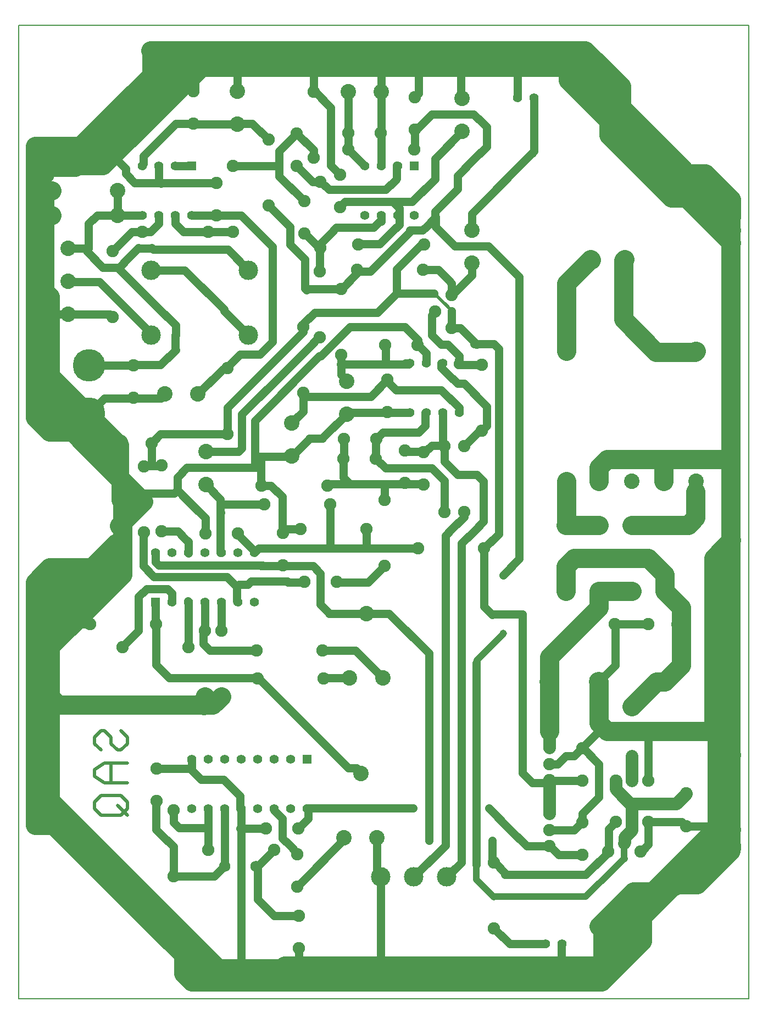
<source format=gbr>
%AMTOOL10*
1,1,0.0450,0,0*
%
%AMTOOL11*
1,1,0.0750,0,0*
%
%AMTOOL12*
1,1,0.0750,0,0*
%
%AMTOOL13*
1,1,0.0940,0,0*
%
%AMTOOL14*
1,1,0.0940,0,0*
%
%AMTOOL15*
1,1,0.1202,0,0*
%
%AMTOOL16*
1,1,0.0680,0,0*
%
%AMTOOL17*
21,1,0.0550,0.0550,0.0000,0.0000,0.00*
%
%AMTOOL18*
1,1,0.0550,0,0*
%
%AMTOOL19*
1,1,0.1969,0,0*
%
%AMTOOL20*
1,1,0.1181,0,0*
%
%ADD10C,0.002*%
%ADD11C,2.048*%
%ADD12C,0.008*%
%ADD13C,0.049*%
%ADD14C,0.050*%
%ADD15C,0.010*%
%ADD16C,0.019*%
%ADD17C,0.078*%
%ADD18C,0.118*%
%ADD19C,0.039*%
%ADD20TOOL10*%
%ADD21TOOL11*%
%ADD22TOOL12*%
%ADD23TOOL13*%
%ADD24TOOL14*%
%ADD25TOOL15*%
%ADD26TOOL16*%
%ADD27TOOL17*%
%ADD28TOOL18*%
%ADD29TOOL19*%
%ADD30TOOL20*%
%FSLAX34Y34*%
G01X0Y0D02*
G01X67326Y97174D02*
G54D12*
G01Y97110D01*
Y38114D02*
X23030D01*
Y94072*
Y97208D02*
X26166D01*
X67326Y97110D02*
Y38114D01*
Y97208D02*
Y97110D01*
X26166Y97208D02*
X67326D01*
X23030Y94072D02*
Y97208D01*
G01X29208Y54400D02*
G54D16*
G01X29603Y54005D01*
Y53611*
X29208Y53216*
X29011*
X28616Y53611*
Y54005*
X28221Y54400*
X28024*
X27629Y54005*
Y53611*
X28024Y53216*
X29603Y52426D02*
X28221D01*
X27629Y52031*
Y51637*
X28221Y51242*
X29603*
X28616D02*
Y52426D01*
X29208Y50452D02*
X29603Y50057D01*
Y49663*
X29208Y49268*
X28024*
X27629Y49663*
Y50057*
X28024Y50452*
X29208*
X29011Y49860D02*
X29603Y49268D01*
G01X30478Y88682D02*
G54D13*
G01X30500Y88674D01*
X30485Y88689*
X30576Y88780*
X30485Y88689D02*
X30478Y88682D01*
X30576Y89270D02*
Y88780D01*
X32536Y91230D02*
X30576Y89270D01*
X33614Y91230D02*
X32536D01*
X33660Y91184D02*
X33614Y91230D01*
X33616Y91238*
X36282Y91184D02*
X33660D01*
X36260Y91230D02*
X36282Y91184D01*
Y91230*
X37197*
X36282D02*
X36260D01*
X38164Y90263D02*
X37197Y91230D01*
X43000Y93174D02*
Y90674D01*
Y89674*
X44000Y88674*
X28716Y83498D02*
X29882Y84664D01*
X30478*
X30500Y84674*
X31000*
X31500Y85174*
Y85674*
X32500D02*
Y85174D01*
X33000Y84674*
X34500*
X36000*
X40376Y84566D02*
X40334Y84545D01*
X40344Y84534*
X40376Y84566*
X41258Y83684*
X41308*
X41356*
X41308Y83689D02*
Y83684D01*
Y83689D02*
Y83930D01*
X41356Y83684D02*
X41308Y83689D01*
X41356Y83684*
X41308Y83689D02*
X41334Y83662D01*
X41308Y83689D02*
X41335Y83662D01*
X41308Y83689D02*
X41336Y83663D01*
X41335Y83662*
X41336Y83663D02*
X41356Y83684D01*
X41334Y83662D02*
X41335D01*
X41293Y83621D02*
X41334Y83662D01*
X41293Y82258D02*
Y83621D01*
X41308Y83930D02*
X41944Y84566D01*
X42296Y84918*
X44531*
X44916Y85303*
X45000*
Y85674*
X35966Y88682D02*
X36000Y88674D01*
X35979Y88695*
X36000Y88674D02*
X38800D01*
X38808Y88682*
Y88041*
Y88682D02*
Y88878D01*
Y89564*
X39886Y90642*
X39897Y90635*
X39895Y90633D02*
X39886Y90642D01*
X39897Y90635*
X39886Y90642*
X39895Y90633*
X39897Y90635*
X40909Y89619D02*
X39895Y90633D01*
X39897Y90635*
X40909Y89174D02*
Y89619D01*
X40334Y86515D02*
X38808Y88041D01*
X35979Y88695D02*
X35966Y88682D01*
X39897Y88665D02*
X40860Y87702D01*
X41308*
X41356*
X41308Y87689D02*
Y87702D01*
X41356*
X41308Y87689D02*
Y87702D01*
X41356D02*
X41308Y87689D01*
X41356Y87702*
X41308Y87689D02*
X41338Y87720D01*
X41308Y87689D02*
X41339Y87719D01*
X41356Y87702D02*
X41308Y87689D01*
X41339Y87719D02*
X41356Y87702D01*
X41846Y87212*
X42924*
X45276*
X45864Y87800*
X45962Y87898*
Y88674*
Y88682*
X46000Y88674D02*
X45962D01*
Y88682D02*
X46000Y88674D01*
X41338Y87720D02*
X41339Y87719D01*
X26000Y83674D02*
X27146D01*
X27244*
X27146D02*
Y83488D01*
X28126Y82508*
X29008*
X31360Y80156*
X29106Y82508D02*
X29008D01*
X29694Y83096D02*
X29106Y82508D01*
X29694Y83096D02*
X30282Y83684D01*
Y83674*
X31066*
Y83684*
X31164Y83586*
X35672*
X35702*
X35672*
X36946Y82342D02*
X35702Y83586D01*
X31360Y80156D02*
X32536Y78980D01*
Y78392*
X32500*
Y77510*
X32536*
X31605Y76579*
X30037*
X30013Y76555*
X29988Y76530*
X29996Y76572D02*
X30013Y76555D01*
X29988Y76530D02*
X29996Y76572D01*
X27286*
X27277Y76563*
X27244Y76530*
X27274Y76566D02*
X27277Y76563D01*
X27244Y76530D02*
X27274Y76566D01*
X27244Y83684D02*
Y83674D01*
Y85154D02*
Y83684D01*
X27764Y85674D02*
X27244Y85154D01*
X29000Y85674D02*
X27764D01*
X29000Y87174D02*
Y85674D01*
X30500*
X32500Y88674D02*
X33500D01*
X33516Y88682*
X33500Y88674D02*
X33508D01*
X33516Y88682*
X35000Y85674D02*
X33500D01*
X35000D02*
X36500D01*
X38416Y83758*
Y83096*
Y80450*
Y78098*
Y78000*
X37632Y77216*
X36456*
X35691Y76451*
Y76379*
Y76334*
X35672D02*
X35691Y76379D01*
X35672Y76334*
X35691*
X35404D02*
X35672D01*
X33892Y74822D02*
X35404Y76334D01*
X42500Y86174D02*
X42811Y86485D01*
X45704*
X46098Y86091*
X45704Y86485D02*
X46886D01*
X48265Y87864*
Y89103*
X49909Y90747*
X46098Y86091D02*
Y85697D01*
X46000Y85674*
X46098Y85697*
Y85674*
Y85697D02*
X46000Y85674D01*
X46098D02*
Y85697D01*
X46000Y85674*
X46098D02*
Y85697D01*
X46000Y85674D02*
X46098D01*
X46000*
X46098Y85106D02*
Y85674D01*
X46000*
X45704Y84712D02*
X46098Y85106D01*
X44927Y83935D02*
X45704Y84712D01*
X44927Y83935D02*
X43665D01*
X43627Y83897*
X43610Y83880*
X43619Y83905D02*
X43627Y83897D01*
X43610Y83880D02*
X43619Y83905D01*
X31046Y82342D02*
X33094D01*
X35476Y79960*
Y79862*
X36946Y78392*
X34398Y71336D02*
X34372Y71322D01*
X36358Y71336D02*
X34398D01*
X36554Y71532D02*
X36358Y71336D01*
X40572Y77608D02*
X41257Y78293D01*
X41258*
X41293Y78258D02*
X41257Y78293D01*
X41258Y78294D02*
X41293Y78258D01*
X41258Y78293*
Y78294*
X39102Y76138D02*
X40572Y77608D01*
X36554Y73590D02*
Y71532D01*
X39102Y76138D02*
X36554Y73590D01*
X25970Y81626D02*
X26000Y81674D01*
Y81626*
X27930*
X26000D02*
X25970D01*
X28420Y81136D02*
X27930Y81626D01*
X31046Y78510D02*
X28420Y81136D01*
X31046Y78392D02*
Y78510D01*
X35255Y67637D02*
X35280Y67612D01*
X35263*
X35280D02*
X35255Y67637D01*
X35263Y67612D02*
Y65209D01*
X35316Y65206*
X35255Y67637D02*
Y68102D01*
Y68421D02*
X34398Y69278D01*
X34372Y69322*
X35255Y68102D02*
Y68421D01*
X36443Y68127D02*
X36358D01*
X35305D02*
X35280Y68102D01*
X35255*
X36358Y68127D02*
X35305D01*
X36358D02*
X37901D01*
X37907Y68121*
X37926Y68102D02*
X37913Y68127D01*
X37907Y68121D02*
X37926Y68102D01*
X37913Y68127D02*
X37907Y68121D01*
X42564Y77181D02*
Y76628D01*
Y76008*
X42532Y76628D02*
X42564D01*
X42539Y76635D02*
X42532Y76628D01*
X45374Y76635D02*
X42539D01*
X45276D02*
X45374D01*
X45901*
X46492*
X46689*
X46492D02*
X46739Y76679D01*
X46492D02*
Y76635D01*
X46739Y76679D02*
X46492D01*
X46689Y76635D02*
X46739Y76679D01*
X46689Y76635*
X46739Y76679D02*
X46736Y76682D01*
X46689Y76635*
X45276Y76628D02*
Y76635D01*
Y76628*
Y77753*
X45235Y77794*
X42564Y76008D02*
X42924Y75648D01*
X42905Y75608*
X46454Y71399D02*
X46537Y71316D01*
X47585*
X47674*
X47585Y71308D02*
Y71316D01*
X47674D02*
X47585Y71308D01*
X47674Y71316D02*
X48068Y71710D01*
X48840*
X48856*
X48840Y71675D02*
Y71710D01*
X48856D02*
X48840Y71675D01*
X48856Y71710*
X48840Y71675*
X48856*
Y70725*
Y71675D02*
Y71710D01*
X48739Y71827*
Y73679*
X49644Y69937D02*
X48856Y70725D01*
X50826Y69937D02*
X49644D01*
X51220Y69543D02*
X50826Y69937D01*
X51220Y67710D02*
Y69543D01*
Y67710D02*
Y67088D01*
X50666Y66534*
X49882Y55068D02*
Y60066D01*
Y46408D02*
Y55068D01*
X48990Y45516D02*
X49882Y46408D01*
Y60654D02*
Y60066D01*
Y60654D02*
Y65750D01*
X50666Y66534*
X48659Y76635D02*
X48739Y76679D01*
X48659Y76635*
X48739Y76679D02*
X48659D01*
Y76635*
Y76438*
X49053Y76044*
X49644Y75453*
X50038*
X51319Y74172*
X51417Y74074*
Y72892*
X51120Y72595*
X51023Y72498*
X51120Y72595D02*
Y72498D01*
X51023D02*
X51120Y72595D01*
Y72498D02*
X51023D01*
X50890*
X50049Y71657*
X48265Y79787D02*
X48279Y79842D01*
X48068Y79590D02*
X48265Y79787D01*
X48068Y78408D02*
Y79590D01*
X48659Y77817D02*
X48068Y78408D01*
X49053Y77817D02*
X48659D01*
X49739Y77131D02*
X49053Y77817D01*
X49739Y76679D02*
Y77131D01*
X49644Y76635D02*
X49739Y76679D01*
X49714Y76705*
X49739Y76679D02*
X49714Y76704D01*
X49644Y76635D02*
X49739Y76679D01*
X49644*
Y76635D02*
X49739Y76679D01*
Y76635*
X49644D02*
X49739Y76679D01*
X49658*
X49644Y76635D02*
X49739Y76679D01*
Y76595*
Y76679D02*
X49670Y76609D01*
X49684Y76595*
X49670Y76609D02*
X49644Y76635D01*
X49714Y76704*
X49644Y76679D02*
Y76635D01*
X49739*
X49658Y76649D02*
X49644Y76635D01*
X49658Y76679D02*
Y76649D01*
X49714Y76705D02*
Y76704D01*
X49739Y76595D02*
X49684D01*
X51120D02*
X49739D01*
X37513Y57595D02*
X37534Y57616D01*
X37516Y57577*
X37534Y57616D02*
X37545Y57605D01*
X40180Y54970*
X37516Y57577D02*
X37545Y57605D01*
X40180Y54970D02*
X40188Y54965D01*
Y54962*
X43022Y52128*
X43512*
X43806Y51834*
X43781Y51798*
X32144Y57595D02*
X37513D01*
X32144D02*
X31360Y58379D01*
X31316Y62206D02*
Y60894D01*
X31355Y60855*
X31360Y60850D02*
X31353Y60852D01*
X31355Y60855D02*
X31356Y60854D01*
X31353Y60852D02*
X31355Y60855D01*
X31356Y60854D02*
X31360Y60850D01*
X31353Y60852D02*
X31356Y60854D01*
X31360Y60850D02*
Y58400D01*
Y58379*
Y58400*
X31683Y66479D02*
X32689D01*
X33124Y66044*
X33320Y65848*
Y65206*
Y65162*
X33316Y65206D02*
X33320D01*
X33316D02*
X33303Y65219D01*
X33293Y65209D02*
X33316Y65206D01*
X33320Y65162*
X33303Y65219D02*
X33293Y65209D01*
X30576Y66434D02*
Y66436D01*
X30613Y66434*
X40333Y63423D02*
Y63398D01*
X39353*
X39298Y63453*
X37099*
X36903Y63257*
X36390*
X36260Y63127*
Y62266*
Y63127D02*
X35657Y63730D01*
X31224*
X30576Y64378*
Y66434*
X30613*
X36316Y62206D02*
X36248Y62254D01*
X36260Y62266*
X36316Y62210*
Y62206*
X41744Y69273D02*
X41847Y69376D01*
X42728*
X43512*
Y69346*
X43218*
X43512D02*
X44198D01*
X46454D02*
X46492D01*
X46454Y69429D02*
Y69346D01*
X46492D02*
X46454Y69429D01*
X46492Y69346D02*
X47585D01*
X47674*
X47585Y69338D02*
Y69346D01*
X47674D02*
X47585Y69338D01*
X43081Y69346D02*
X43218D01*
X43120Y69376D02*
X43081Y69346D01*
X42726Y69770D02*
X43120Y69376D01*
X42726Y70356D02*
Y69770D01*
Y70900D02*
Y70356D01*
X42749Y70922D02*
X42726Y70900D01*
X42727*
X42749Y70922D02*
X42726Y70900D01*
X42749Y72072D02*
Y70922D01*
X42727Y70900*
X42757Y72080D02*
X42749Y72072D01*
X44198Y69346D02*
X45178D01*
X46454*
X45206Y68397D02*
Y69348D01*
X45178Y69376*
Y69346*
X45206Y64397D02*
X44207Y63398D01*
X42336*
X42303Y63423*
X34300Y60458D02*
X34312Y60473D01*
X34300*
Y60458*
Y60473D02*
Y62206D01*
Y62222*
X34316Y62206D02*
X34300D01*
Y62222D02*
X34316Y62206D01*
X34202Y60360D02*
X34300Y60458D01*
X34202Y59674D02*
Y60360D01*
X34628Y59248D02*
X34202Y59674D01*
X37439Y59248D02*
X34628D01*
X44696Y70900D02*
Y72080D01*
Y70900D02*
X45265Y70331D01*
X48068*
X48840Y69559*
Y67675*
X44696Y72080D02*
Y72081D01*
X44727Y72080D02*
X44696D01*
X44719Y72104D02*
X44727Y72080D01*
X44711Y72096*
X44727Y72080D02*
Y72104D01*
X44719D02*
X44727Y72080D01*
X44711Y72096D02*
X44719Y72104D01*
X44727*
X45113Y72498D02*
X44719Y72104D01*
X46295Y72498D02*
X45113D01*
X47280D02*
X46295D01*
X47674Y72892D02*
X47280Y72498D01*
X47674Y72892D02*
Y73679D01*
Y73680*
X47739Y73679D02*
X47674D01*
Y73680D02*
X47739Y73679D01*
X44696Y72081D02*
X44711Y72096D01*
X32316Y62206D02*
Y62736D01*
X32046Y63006*
X30968*
X30772*
X30282Y62516*
Y60458*
X29311Y59487*
X29302Y59478D02*
X29328Y59469D01*
X29311Y59487D02*
X29302Y59478D01*
X29328Y59469D02*
X29311Y59487D01*
X46990Y45516D02*
X48898Y47424D01*
X48902*
X48898*
X48902D02*
Y59870D01*
X49250Y66588D02*
X50038Y67376D01*
Y67573*
X50049Y67657*
X48902Y59870D02*
Y66240D01*
X49294Y66632*
X49250Y66588*
X33280Y62241D02*
X33281D01*
X33316Y62206D02*
X33280Y62241D01*
X33293Y62254D02*
X33316Y62206D01*
X33281Y62241*
X33293Y62254*
X33316Y62206D02*
Y60462D01*
X33320Y60458*
X33328Y60449*
X33316Y60462D02*
Y59482D01*
X33320Y59478*
X33328Y59469*
X39592Y73100D02*
X39574Y73061D01*
X40269Y73777D02*
X39592Y73100D01*
X40269Y74906D02*
Y73777D01*
X40278Y74864D02*
X40269Y74906D01*
X40474Y74668D02*
X40278Y74864D01*
X41846Y74668D02*
X40474D01*
X42140D02*
X41846D01*
X44378D02*
X42140D01*
X45395Y75685D02*
X44378Y74668D01*
X45310Y75650D02*
X45395Y75685D01*
X45335Y75625*
X45310Y75650*
X45901Y75059D02*
X45335Y75625D01*
X48659Y75059D02*
X45901D01*
X49739Y73979D02*
X48659Y75059D01*
X49739Y73679D02*
Y73979D01*
X47546Y82353D02*
X48469D01*
X49098Y81724*
X49294Y81528*
Y80842*
X49279*
X49250Y80772*
X49279Y80842*
X49300Y80822*
X49279Y80842D02*
Y80772D01*
X49250*
X49300Y80822*
X50512Y82034*
Y82755*
Y84755D02*
Y85777D01*
X54148Y89413*
X54174Y89439*
X54148Y89413D02*
X54292Y89557D01*
Y92798*
X54174Y89439D02*
X54175D01*
Y89440*
X36260Y66338D02*
X36302Y66363D01*
X36269Y66329*
X36302Y66363D02*
X36260D01*
Y66338*
X36269Y66329*
X37316Y65282*
Y65206*
X37566Y65456*
X39690*
X40278*
X41258*
X41846*
X44884D02*
X45570D01*
X44198D02*
X44884D01*
X44127Y66622D02*
Y65527D01*
X44198Y65456*
X41846*
X41913Y68127D02*
Y65523D01*
X41846Y65456*
X45570D02*
X47236D01*
X47260Y65451*
X41439Y59248D02*
X43448D01*
X45080Y57616*
X45098Y57591*
X35316Y62206D02*
Y60494D01*
X35313Y60490*
X35280Y60458*
X35328Y60475D02*
X35313Y60490D01*
X35280Y60458D02*
X35328Y60475D01*
X35280Y60458*
X41552Y57616D02*
X41516Y57577D01*
X41554Y57614*
X41552Y57616D02*
X41516Y57577D01*
X41554Y57614*
X41552Y57616*
X41577Y57591D02*
X41554Y57614D01*
X41552Y57616*
X43089Y57591D02*
X41577D01*
G01X62225Y66869D02*
G54D18*
G01X60225D01*
X62225D02*
X63643D01*
X64092Y67318*
Y68886*
G01X64092Y69543D02*
G54D13*
G01Y68886D01*
Y69572D02*
Y69543D01*
X64121*
X64092Y69572*
X64121Y69543*
G01X55225Y58869D02*
G54D18*
G01Y57369D01*
Y54369*
G01X55225Y54369D02*
G54D17*
G01Y53369D01*
G01X57225Y60869D02*
G54D18*
G01X55225Y58869D01*
X58225Y61869D02*
X57225Y60869D01*
X58225Y62869D02*
Y61869D01*
X60225Y62869D02*
X58225D01*
G01X31360Y50070D02*
G54D13*
G01X31386Y50116D01*
X31360Y48404D02*
Y50070D01*
X31654Y48110D02*
X31360Y48404D01*
X32412Y47352D02*
X31654Y48110D01*
X32412Y45546D02*
Y47352D01*
Y45546D02*
X34872D01*
X35476Y46150*
X35500Y46174*
Y49674*
G01X56225Y66869D02*
G54D18*
G01X58225D01*
X56225D02*
X56252Y66896D01*
Y69543*
Y80869D02*
Y80744D01*
Y77412*
Y80744D02*
Y81528D01*
X57714Y82990*
X57722Y82998D02*
X57749Y82955D01*
X57714Y82990D02*
X57722Y82998D01*
X57749Y82955D02*
X57714Y82990D01*
G01X38500Y49674D02*
G54D13*
G01Y49561D01*
X39006Y49055*
Y48070*
Y47873*
X39400Y47479*
X39941Y46938*
X39942Y46937*
X39898Y46894D02*
X39941Y46938D01*
X39991Y46888D02*
X39898Y46894D01*
X39942Y46937*
X39991Y46888*
X39898Y44924D02*
X42728Y47754D01*
Y47878*
Y47914*
X42752Y47878D02*
X42728D01*
Y47914D02*
X42752Y47878D01*
G01X64092Y77412D02*
G54D18*
G01X64121D01*
X64049Y77369D02*
X64092Y77412D01*
X61685Y77369D02*
X64049D01*
X61685D02*
X59705Y79349D01*
Y82923*
X59743Y82961*
X59780Y82998D02*
X59749Y82955D01*
X59743Y82961D02*
X59780Y82998D01*
X59749Y82955D02*
X59743Y82961D01*
X56225Y64369D02*
Y62869D01*
X56725Y64869D02*
X56225Y64369D01*
X59225Y64869D02*
X56725D01*
X61225D02*
X59225D01*
X61725Y64369D02*
X61225Y64869D01*
X62225Y63869D02*
X61725Y64369D01*
X62225Y62869D02*
Y63869D01*
Y62869D02*
X63225Y61869D01*
Y60869*
Y58369*
X63195Y60869D02*
X63225D01*
Y58369D02*
X62225Y57369D01*
X61725*
X60225Y55869*
G54D20*
D03*
G01X60225Y52869D02*
G54D17*
G01Y51369D01*
G54D20*
Y52869D03*
G01X61225Y51369D02*
G54D13*
G01Y54357D01*
X61250Y54382*
X61225Y54357*
X34323Y56463D02*
X34335Y56475D01*
X35328*
X34312Y56473D02*
X34323Y56463D01*
X34300Y56440*
G01X34202Y55950D02*
G54D18*
G01X34240D01*
X35328Y56475D02*
X35280Y56440D01*
X34790Y55950*
X34312*
Y56473*
G01X33712Y55950D02*
G54D13*
G01X34202Y56440D01*
X34300*
X34312Y56473*
X47739Y76679D02*
Y77301D01*
X47236Y77804*
X39007Y66439D02*
X39048Y66480D01*
Y66397*
X40127Y66622D02*
X39190D01*
X39007Y66439*
X39048Y66397*
X45395Y73679D02*
X46739D01*
X45394Y73680D02*
X45395Y73681D01*
Y73715*
X42905Y73608D02*
X42977Y73680D01*
X45394*
X45395Y73679*
Y73715*
X42905Y73608D02*
X41454Y72157D01*
Y72120*
X40633*
Y72101*
X39574Y71042*
X37338Y70356D02*
Y71042D01*
X37730*
Y70356D02*
X37338D01*
Y73198*
X41258Y77118*
X41356*
X43120Y78882*
X46452*
X47236Y78098*
Y77804*
X47205Y77794*
X39574Y71061D02*
Y71042D01*
X39584Y71052*
X39574Y71061*
X34332Y67286D02*
X32634Y68984D01*
Y69768*
X33222Y70356*
X37730*
Y70062*
Y69273D02*
X37744D01*
X40909Y93174D02*
X40976Y93183D01*
X41961Y92198*
Y90425*
Y88683*
X42500Y88144*
X44970Y90674D02*
X45000D01*
Y88674*
Y93174D02*
Y91607D01*
Y90704*
X44970Y90674*
X47059Y92843D02*
X47280Y93064D01*
Y95744*
Y95674*
X49841D02*
Y95744D01*
Y92815*
X49909Y92747*
G01X40779Y95674D02*
G54D18*
G01X41500D01*
X43610*
X45000*
G01X60745Y47065D02*
G54D13*
G01X60760Y47032D01*
X60769Y47041*
X60745Y47065*
X60769Y47041D02*
X61225Y47497D01*
Y48869*
G01X66225Y52869D02*
G54D18*
G01Y52889D01*
X66248Y52912*
X66225Y52869*
G01X59225Y60869D02*
G54D13*
G01X59195D01*
X61225D02*
X59225D01*
Y58369*
X58225Y57369*
X57210Y48854D02*
X56725Y48369D01*
X55225*
X57225Y48839D02*
X57210Y48854D01*
X57225Y48869*
X57240Y53354D02*
X57225Y53369D01*
X57210Y53354*
X57225Y53339*
X57210Y53354D02*
X56725Y52869D01*
X56225*
X55725Y52369*
X55225*
X57225Y53339D02*
X57240Y53354D01*
X58225Y52369*
Y50369*
X57225Y49369*
Y48869*
Y48839*
X58225Y54869D02*
Y54369D01*
X57225Y53369*
Y53339*
G01X58225Y57369D02*
G54D18*
G01Y54869D01*
X58725Y54369*
X65170*
X66225Y57869D02*
Y54369D01*
Y48369D02*
Y48404D01*
X64386Y46640D02*
X65807Y48061D01*
X66150Y48404*
X66248*
X66225*
Y49776*
G01X44982Y45562D02*
G54D13*
G01Y45516D01*
X44761Y47878D02*
Y45783D01*
X44982Y45562*
X44990Y45516*
X44492Y40119D02*
Y40074D01*
X44982Y40564*
Y45516*
X44990*
X36500Y48464D02*
X36445D01*
X38021*
X36445Y49674D02*
Y49646D01*
X36500Y49674*
X40000Y41204D02*
X40015Y41189D01*
X40000Y41174*
Y41204*
G01X36500Y39174D02*
G54D18*
G01X40000D01*
G01X33500Y52674D02*
G54D13*
G01X33490D01*
Y52601*
X33500Y52674*
Y52000D02*
X33516Y52030D01*
X33460Y52086*
X31386*
X33500Y52674D02*
Y52000D01*
X34081Y51419*
X35460*
X36248Y50631*
X36445Y50434*
Y49674*
X36500*
G01X33000Y40704D02*
G54D18*
G01X33041Y40745D01*
X33000Y40704D02*
X33026Y40662D01*
X33000Y40636*
Y39674*
G01X33000Y39674D02*
G54D13*
G01Y40704D01*
G01X34594Y39174D02*
G54D18*
G01X33500D01*
X33000Y39674*
X36500Y39174D02*
X34594D01*
Y39192*
X33041Y40745*
X29792Y43994*
X24892Y48894*
X24910*
Y50168*
G01X36500Y49674D02*
G54D13*
G01Y48464D01*
Y39174*
G01X25783Y49295D02*
G54D18*
G01X25774Y49286D01*
X25162Y48674*
X24000*
Y52798*
Y57920*
Y62057*
X55958Y40119D02*
X44492D01*
X39147*
X39004Y39976*
X36064*
X35102*
X30291Y44787*
X25783Y49295*
X24910Y50168*
Y56440*
X62769Y45023D02*
X61838Y44092D01*
X60760Y43014*
X59214Y39998D02*
X58390Y39174D01*
X57036*
X58249Y42549D02*
X58212Y42524D01*
X58243Y42555*
G01X40000Y39174D02*
G54D13*
G01Y41204D01*
G01X58115Y39174D02*
G54D18*
G01X57036D01*
X44500*
X40000*
G01X58249Y42549D02*
G54D13*
G01X58115Y42415D01*
Y39205*
Y39174*
G01X61495Y44631D02*
G54D18*
G01X60319D01*
X58243Y42555*
X58249Y42549*
X66225Y52869D02*
Y51246D01*
Y49869*
Y49776*
Y48479*
X64386Y46640*
X63700Y45954*
X62769Y45023*
X62818Y44974*
X62916Y45072*
X64190*
X66225Y47107*
Y47424*
X59780Y42524D02*
Y42916D01*
X61495Y44631*
X64876Y48012*
X65233Y48369*
X66225*
X58604Y41838D02*
X59290Y42524D01*
X59780*
Y42034*
G01X55958Y40119D02*
G54D13*
G01Y40074D01*
Y41426*
X55978Y41446*
G01X58506Y40760D02*
G54D18*
G01X59780Y42034D01*
X60760Y43014*
X60858Y42916*
Y41642*
X59214Y39998*
X59094Y40119*
X55958*
X66248Y47273D02*
Y47424D01*
X66225*
Y48061*
Y48369*
X65856Y48012*
X65366Y48502*
Y54369*
X66225Y52869D02*
Y54369D01*
X65366*
X65170*
Y57369*
X66225Y65946D02*
X66248D01*
X65170Y64868*
Y57369*
X65225*
X66225Y68755D02*
Y65946D01*
Y57869*
X65725*
X65225Y57369*
X62132Y70869D02*
X60225D01*
X59486*
X58725*
X58212Y70356*
Y69572*
X58230Y69543*
X63504Y86722D02*
X66248Y83978D01*
X66225*
Y84762D02*
X66248D01*
X56546Y94464*
Y95674*
X66248Y85546D02*
X64729Y87065D01*
X59584Y93484D02*
Y92210D01*
X59535Y92259*
X56350Y94674D02*
X57134D01*
Y94660*
X59535Y92259*
X64729Y87065*
X64778Y87016*
X64484Y86722*
X63504*
X62720Y87506D02*
X63406Y88192D01*
X64680*
X66248Y86624*
Y85546*
X66225*
Y84762*
Y83978*
Y68755*
Y70869*
X62132*
Y69572*
X62143Y69543*
X45000Y95674D02*
X47280D01*
X49841*
X53312*
X56546*
X57394*
X59535Y93533*
X59584Y93484*
X58800Y92700*
Y90544*
X62622Y86722*
X63504*
X62720Y87506*
X56350Y93876*
Y94674*
X53214*
G01X45000Y93174D02*
G54D13*
G01Y95674D01*
X53214Y94674D02*
Y94660D01*
X53292Y94582*
Y92798*
G01X36260Y94674D02*
G54D18*
G01X53214D01*
X36260D02*
X33712D01*
G01X36282Y93184D02*
G54D13*
G01Y94638D01*
X36260Y94660*
Y94674*
G01X32536Y94660D02*
G54D18*
G01X30968Y93092D01*
X31066Y93190*
Y94674*
X28126Y88682D02*
X28224Y88780D01*
X34006Y94562D02*
Y95674D01*
G01X31500Y88674D02*
G54D13*
G01Y87758D01*
X31654Y87604*
Y87644*
X31948*
G01X24000Y85674D02*
G54D18*
G01Y87174D01*
Y88174D02*
Y88584D01*
Y88674*
X24010Y88584D02*
X26362D01*
X26460D02*
X27048Y89172D01*
X26754Y89858D02*
X27734D01*
X27930Y90054*
X27489Y89613D02*
X27244Y89368D01*
X27040Y89164*
X27538Y89564D02*
Y89662D01*
X32536Y94660*
X26558Y88682D02*
X28126D01*
X31066Y95052D02*
X31458Y94660D01*
X32536*
Y94674*
X31066Y95052D02*
Y94170D01*
X26754Y89858*
X24010*
Y88584*
X24000Y88674*
X33320Y94674D02*
X32536D01*
X31066*
Y94660*
Y95052*
Y95674*
G01X27930Y90054D02*
G54D13*
G01X29498Y88486D01*
Y88192*
X30046Y87644*
X31948*
X35000*
G01X28126Y88682D02*
G54D18*
G01Y88976D01*
X27538Y89564*
X27489Y89613*
X27930Y90054*
G01X40779Y95674D02*
G54D13*
G01Y95744D01*
X40909Y95614*
Y93174*
G01X31000Y95674D02*
G54D18*
G01X31066D01*
X33000*
X34006*
X39000*
X40779*
G01X24000Y88674D02*
G54D13*
G01Y88174D01*
G01X26362Y88878D02*
G54D18*
G01X26558Y88682D01*
X27040Y89164*
X27048Y89172*
X24498*
X24000Y88674*
X33712Y94674D02*
X33320D01*
Y94660*
X28126Y89466*
Y88682*
Y88878*
G01X33616Y93208D02*
G54D13*
G01X33712Y93304D01*
Y94660*
Y94674*
G01X24597Y85674D02*
G54D18*
G01Y87174D01*
X25000*
G01X26000Y79666D02*
G54D13*
G01X25970D01*
X28716Y79498D02*
X28548Y79666D01*
X26000*
Y79674*
X25981Y79655*
X25970Y79666*
X26000Y79674*
X25970Y79666D02*
X24794D01*
X24598Y79862*
X24597*
X27271Y73617D02*
X27244Y73590D01*
G01X27247Y73587D02*
G54D18*
G01X27244Y73590D01*
G01X29996Y74570D02*
G54D13*
G01X29988D01*
X29996Y74602D02*
Y74570D01*
X30772*
X30870*
X31640*
X31892Y74822*
X27274Y73614D02*
X27271Y73617D01*
X28224Y74570*
X29988*
X29996Y74602*
G01X28567Y72267D02*
G54D18*
G01X28616Y72218D01*
X29008Y71826*
X29096*
X25676Y73590D02*
Y75158D01*
X24794Y76040*
X24910Y73492D02*
Y72512D01*
Y73492D02*
X24892D01*
X24990Y73590*
X25676*
X24910Y72512D02*
X26264D01*
X27832Y70944*
X29106Y69670*
X27832Y70944D02*
X28224Y71336D01*
X27244Y72316*
Y73590*
X24794Y76040*
X24000Y76834*
Y77314*
Y77608*
X27244Y73590D02*
X26166Y72512D01*
X24910*
X24892*
X24108Y73296*
X24000Y73404*
Y77608*
Y82802*
X24625Y77817D02*
X24597Y77845D01*
Y79764*
Y79862*
Y85674*
X25000*
G01X24000Y87174D02*
G54D13*
G01X25000D01*
G01X24000Y88174D02*
G54D18*
G01Y87174D01*
G01X24696Y87800D02*
G54D13*
G01X24892Y87996D01*
Y88174*
X24000*
Y85674D02*
X25000D01*
G01X24910Y73492D02*
G54D18*
G01Y73590D01*
Y75354*
Y80726*
X24010Y81626*
X24000*
Y82802*
Y85674*
G01X25676Y73590D02*
G54D13*
G01X24892D01*
X24910Y73492*
G01X27274Y73614D02*
G54D18*
G01X27244Y73590D01*
X25676*
X29106Y69670D02*
X29204D01*
X29841Y69033*
X30086Y68788*
G01X29988Y68200D02*
G54D13*
G01X30086Y68298D01*
X30576*
G01X29400Y68200D02*
G54D18*
G01X29988D01*
X29302Y66828D02*
Y68200D01*
X29400*
X29204Y68396*
Y69572*
X29106Y69670*
Y71728*
X28567Y72267*
X27247Y73587*
X27274Y73614*
X27440Y64280D02*
X28910Y65750D01*
X29302*
Y64280D02*
X29106D01*
X27440D02*
X26362D01*
G01X30086Y68788D02*
G54D13*
G01X32438D01*
X32634Y68984*
X33320Y68298*
X34332Y67286*
Y66363*
G01X29302Y64182D02*
G54D18*
G01Y64280D01*
Y65750*
Y66828*
Y67024*
X30576Y68298*
X30086Y68788*
X24910Y56440D02*
X25400Y55950D01*
X33712*
X34202*
G01X34202Y55950D02*
G54D13*
G01X34727Y56475D01*
X35328*
G01X34240Y55912D02*
G54D18*
G01X34202Y55950D01*
X26362Y88584D02*
X26460D01*
X26362Y88878D02*
Y88584D01*
X28224Y88780D02*
X34006Y94562D01*
X28126Y88878D02*
X28224Y88780D01*
X34240Y55950D02*
X34312D01*
X34240Y55912D02*
Y55950D01*
X24910Y56440D02*
Y59478D01*
Y64262D02*
X24892Y64280D01*
X29106Y66828D02*
X29302D01*
X24910Y61634D02*
Y64262D01*
X26362Y64280D02*
X24892D01*
X24910Y61634D02*
Y62828D01*
X26362Y64280*
G01X37730Y70062D02*
G54D13*
G01Y69273D01*
Y71042D02*
X39574D01*
X37730Y70062D02*
Y71042D01*
X37744Y69273D02*
X38323D01*
X39004Y68592*
Y66436*
X39048Y66397*
G01X24910Y61634D02*
G54D18*
G01X25789Y62513D01*
X27440Y64164D02*
Y64280D01*
X25789Y62513D02*
X25790D01*
X27440Y64164*
X24910Y60850D02*
Y61634D01*
G01X27353Y60852D02*
G54D13*
G01X27351Y60850D01*
X24892*
X24910*
G01X24910Y60458D02*
G54D18*
G01Y60850D01*
X29106Y64280D02*
X27440D01*
X24910Y60458D02*
X28732Y64280D01*
X29106*
X29302*
X24910Y59478D02*
Y60458D01*
Y59478D02*
X29302Y63870D01*
Y64280*
X24000Y62057D02*
Y63388D01*
X24892Y64280*
X24910Y64262*
G01X61225Y48869D02*
G54D13*
G01X63235D01*
X63504Y48600*
X63529Y48609*
X63504Y48600D02*
X63529D01*
X65268D02*
X65856Y48012D01*
X66225Y48369*
X63529Y48600D02*
X65268D01*
X63529Y48609D02*
Y48600D01*
X38164Y86263D02*
X38599Y85828D01*
X39469Y84958*
X39494*
Y83880*
X40376Y82998*
Y81234*
X40474Y81136*
Y81181*
X42564*
X42532Y81136*
X42564Y81181D02*
X42571Y81174D01*
X42564Y81181D02*
X42526Y81142D01*
X42532Y81136D02*
X42564Y81181D01*
X42571Y81175*
X43512Y82116*
X42571Y81175D02*
X42532Y81136D01*
X42526Y81142*
X42571Y81174D02*
X42532Y81136D01*
X43512Y82312D02*
Y82116D01*
X43561Y82263D02*
X43512Y82312D01*
X43546Y82353*
X44345Y82263D02*
X43561D01*
X45276Y83194D02*
X44345Y82263D01*
X46746Y84664D02*
X45276Y83194D01*
X46746Y84762D02*
Y84664D01*
X47530Y84762D02*
X46746D01*
X47775Y85007D02*
X47530Y84762D01*
X47775Y85007D02*
X48314Y85546D01*
X48265Y85500*
X48314Y85546D02*
Y84958D01*
X49490Y83782*
X51525*
X53387Y81920*
Y70552*
Y65800*
Y64815*
X52402Y63830*
G54D20*
D03*
G01X52430Y60262D02*
G54D19*
G01X52402Y60284D01*
X52427Y60259*
G54D20*
X52402Y60284D03*
G01X52427Y60259D02*
G54D19*
G01X52430Y60262D01*
X50813Y58645D02*
X52427Y60259D01*
X50862Y58596D02*
X50813Y58645D01*
X50764Y58498D02*
X50862Y58596D01*
G01X50764Y46248D02*
G54D13*
G01Y58498D01*
G01X50764Y46346D02*
G54D19*
G01Y46248D01*
Y46150*
Y45366*
Y46150D02*
Y46346D01*
Y45366D02*
X51842Y44288D01*
Y44327*
X57428*
X59172Y46071*
X59711Y46610*
X59720Y46619D02*
X59741Y46640D01*
X59745Y46594D02*
X59720Y46619D01*
X59745Y46640D02*
Y46594D01*
X59780Y46640D02*
X59745D01*
Y47575*
G01X59780Y47620D02*
G54D17*
G01X59745Y47575D01*
X59780Y47924D02*
Y47620D01*
X60225Y48369D02*
X59780Y47924D01*
X60225Y48869D02*
Y48369D01*
Y49869D02*
Y48869D01*
X59725Y50369D02*
X60225Y49869D01*
X59245Y50849D02*
X59725Y50369D01*
X59245Y51369D02*
Y50849D01*
G01X59741Y46640D02*
G54D19*
G01X59780D01*
G01X48265Y85500D02*
G54D13*
G01Y85894D01*
X49644Y87273*
Y88061*
X50629Y89046*
X51417Y89834*
Y90425*
Y90936*
Y91016*
X51220Y91213*
X50629Y91804*
X49053*
X48068*
X47098Y90834*
X47083Y90819*
X47059Y90873D02*
X47098Y90834D01*
X47059Y90873D02*
Y89674D01*
X47083Y90819D02*
X47059Y90873D01*
Y89674D02*
Y89661D01*
X47000Y89674D02*
X47059D01*
X47083Y89637D02*
X47000Y89674D01*
X47083Y89637*
X47059Y89661*
G01X59711Y46610D02*
G54D19*
G01X59720Y46619D01*
G01X60225Y49869D02*
G54D17*
G01X60328Y49972D01*
X62720*
X62916*
X63504Y50560*
X63529Y50579*
G01X31683Y70479D02*
G54D13*
G01X31658Y70454D01*
X30613*
X30576*
X30613Y70434*
Y70454*
X31066*
Y71826*
X35691Y72379D02*
X33124D01*
X31619D02*
X31066Y71826D01*
X40278Y78906D02*
Y78882D01*
Y78588D02*
X39489Y77799D01*
X39485Y77804*
X39494*
X39489Y77799*
G01X55225Y51369D02*
G54D17*
G01Y49369D01*
G01X55225Y51369D02*
G54D13*
G01X57225D01*
G01X55225Y51389D02*
G54D17*
G01Y51369D01*
G01X52599Y61466D02*
G54D13*
G01X53584D01*
Y51813*
X54175Y51222*
X54963*
X55160Y51419*
X55225Y51389*
X49279Y78842D02*
X49801D01*
X50826Y77817*
X50658Y77857*
X50826*
X51842*
X52136Y77563*
Y73002*
Y66436*
Y66327*
X49294Y79862D02*
Y78882D01*
X49279Y78842*
G01X48216Y80940D02*
G54D16*
G01X49000Y80156D01*
X49294Y79862*
G01X47922Y80940D02*
G54D13*
G01X48216D01*
X47619Y83905D02*
X47457D01*
X46844Y83292*
X45962Y82410*
Y80940*
X44590Y79764D02*
X44296D01*
X40964*
X40278Y79078*
Y78906*
X40269*
X40278Y78882*
Y78588*
X35672Y73982*
Y72379*
X35691*
X33124*
X32928D02*
X31619D01*
X33124D02*
X32928D01*
X52136Y66436D02*
Y66338D01*
X51255Y65457*
X51254Y65456D02*
X51260Y65451D01*
X51255Y65457D02*
Y65456D01*
X51260Y65451D02*
X51255Y65457D01*
Y65456D02*
X51254D01*
X51260Y65451D02*
X51255Y65456D01*
X51744Y61466D02*
X52599D01*
X51254Y65456D02*
Y65451D01*
Y61928D02*
X51744Y61438D01*
Y61466*
X51254Y65451D02*
Y61928D01*
X51260Y65451D02*
X51254D01*
X47922Y80940D02*
X45962D01*
X44786Y79764*
X44590*
X31316Y65206D02*
X31323Y65209D01*
Y65206*
X58800Y47065D02*
Y48424D01*
X59245Y48869*
X58775Y47065D02*
X58800D01*
Y47032*
X51842Y46346D02*
X51827Y46361D01*
X51861Y46346D02*
X51842D01*
X51861Y46395*
X44118Y61511D02*
X41846D01*
X41307Y63937D02*
X40866Y64378D01*
X39048*
X51861Y46395D02*
Y46346D01*
X51940*
X52528Y45758*
Y45660*
X57428*
X58800Y47032*
X58775Y47065*
X31316Y65206D02*
X31323D01*
Y64618*
X31520Y64421*
X37824*
X37730Y64378*
X39048*
Y64427*
G54D20*
X47922Y47718D03*
X51744D03*
G01X47922Y47718D02*
G54D13*
G01Y59086D01*
X45497Y61511*
X44118*
X51861Y46395D02*
X51827Y46361D01*
X51744Y46444*
Y47718*
X41307Y62320D02*
Y63937D01*
Y62320D02*
Y62075D01*
X41846Y61536*
Y61511*
X39991Y48464D02*
X40582Y49055D01*
Y49646*
X40500Y49674*
X40474Y49678*
X40500Y49674D02*
Y49678D01*
X40474D02*
X40500Y49674D01*
Y49678*
X40474*
X40500*
X45864*
X46256*
X45864*
X46256D02*
X46942D01*
G54D20*
D03*
G01X52822Y48404D02*
G54D13*
G01X51548Y49678D01*
G54D20*
D03*
G01X53837Y47389D02*
G54D13*
G01X52822Y48404D01*
X55225Y47389D02*
X53837D01*
X55160Y47479D02*
X55225Y47389D01*
X55160Y47479*
X55225Y47389*
X55238Y47401*
X55225Y47389D02*
X55148Y47467D01*
X55225Y47389D02*
X55148Y47466D01*
X55272Y47424D02*
X55225Y47389D01*
X55231Y47383*
X55272Y47424*
X55148Y47467D02*
Y47466D01*
X55160Y47479D02*
X55148Y47467D01*
X55238Y47401D02*
X55160Y47479D01*
X55770Y46869D02*
X55238Y47401D01*
X57225Y46869D02*
X55770D01*
G54D21*
X40269Y78906D03*
Y74906D03*
G54D22*
X47000Y89674D03*
X43000D03*
X43619Y83905D03*
X47619D03*
G54D21*
X42564Y77181D03*
Y81181D03*
X40909Y89174D03*
Y93174D03*
X38164Y86263D03*
Y90263D03*
X35691Y72379D03*
Y76379D03*
X28716Y83498D03*
Y79498D03*
G54D22*
X37439Y59248D03*
X41439D03*
X41516Y57577D03*
X37516D03*
G54D21*
X41293Y82258D03*
Y78258D03*
X51861Y42395D03*
Y46395D03*
G54D22*
X47260Y65451D03*
X51260D03*
X44127Y66622D03*
X40127D03*
X29328Y59469D03*
X33328D03*
X41744Y69273D03*
X37744D03*
X34500Y47174D03*
X38500D03*
G54D21*
X36000Y88674D03*
Y84674D03*
G54D22*
X43546Y82353D03*
X47546D03*
G54D21*
X50049Y71657D03*
Y67657D03*
X31683Y70479D03*
Y66479D03*
X30613Y70434D03*
Y66434D03*
X45206Y68397D03*
Y64397D03*
X34312Y56473D03*
Y60473D03*
G54D22*
X31353Y60852D03*
X27353D03*
X37913Y68127D03*
X41913D03*
G54D21*
X35328Y60475D03*
Y56475D03*
X51120Y76595D03*
Y72595D03*
X41308Y83689D03*
Y87689D03*
X48840Y71675D03*
Y67675D03*
G54D22*
X34500Y84674D03*
X30500D03*
G54D21*
X32412Y49546D03*
Y45546D03*
X40000Y43174D03*
Y41204D03*
X46454Y69429D03*
Y71399D03*
G54D22*
X42757Y72080D03*
X44727D03*
G54D21*
X29996Y76572D03*
Y74602D03*
X31386Y50116D03*
Y52086D03*
X47585Y71308D03*
Y69338D03*
G54D22*
X42726Y70900D03*
X44696D03*
G54D21*
X40334Y84545D03*
Y86515D03*
X39897Y90635D03*
Y88665D03*
X39898Y46894D03*
Y44924D03*
G54D22*
X40333Y63423D03*
X42303D03*
X36302Y66363D03*
X34332D03*
G54D21*
X47059Y92843D03*
Y90873D03*
X63529Y48609D03*
Y50579D03*
G54D22*
X60745Y47065D03*
X58775D03*
G54D21*
X57225Y46869D03*
Y48839D03*
G54D22*
Y60869D03*
X59195D03*
X61225D03*
X63195D03*
G54D21*
X57225Y51369D03*
Y53339D03*
G54D23*
X25000Y85674D03*
X29000D03*
Y87174D03*
X25000D03*
G54D24*
X62225Y66869D03*
Y62869D03*
X56225Y66869D03*
Y62869D03*
X60225D03*
Y66869D03*
X58225Y62869D03*
Y66869D03*
X50512Y84755D03*
Y82755D03*
X36282Y93184D03*
Y91184D03*
X42905Y73608D03*
Y75608D03*
X39574Y73061D03*
Y71061D03*
X49909Y90747D03*
Y92747D03*
G54D23*
X45000Y93174D03*
X43000D03*
X33892Y74822D03*
X31892D03*
G54D24*
X34372Y69322D03*
Y71322D03*
G54D25*
X55225Y57369D03*
X58225D03*
X65225D03*
X62225D03*
G54D26*
X35500Y46174D03*
X37400D03*
G54D27*
X40500Y52674D03*
G54D28*
X39500D03*
X38500D03*
X37500D03*
X36500D03*
X35500D03*
X34500D03*
X33500D03*
Y49674D03*
X34500D03*
X35500D03*
X36500D03*
X37500D03*
X38500D03*
X39500D03*
X40500D03*
G54D29*
X27274Y76566D03*
Y73614D03*
G54D21*
X49279Y78842D03*
X48279Y79842D03*
X49279Y80842D03*
X55225Y49369D03*
Y48369D03*
Y47389D03*
Y53369D03*
Y52369D03*
Y51389D03*
G54D22*
X61225Y51369D03*
X60225D03*
X59245D03*
X61225Y48869D03*
X60225D03*
X59245D03*
G54D27*
X31316Y62206D03*
G54D28*
X32316D03*
X33316D03*
X34316D03*
X35316D03*
X36316D03*
X37316D03*
Y65206D03*
X36316D03*
X35316D03*
X34316D03*
X33316D03*
X32316D03*
X31316D03*
G54D27*
X47000Y88674D03*
G54D28*
X46000D03*
X45000D03*
X44000D03*
Y85674D03*
X45000D03*
X46000D03*
X47000D03*
G54D27*
X33500Y88674D03*
G54D28*
X32500D03*
X31500D03*
X30500D03*
Y85674D03*
X31500D03*
X32500D03*
X33500D03*
G54D27*
X49739Y76679D03*
G54D28*
X48739D03*
X47739D03*
X46739D03*
Y73679D03*
X47739D03*
X48739D03*
X49739D03*
G54D23*
X59749Y82955D03*
G54D24*
X57749D03*
G54D23*
X44761Y47878D03*
X42752D03*
X43781Y51798D03*
X45098Y57591D03*
X43089D03*
X44118Y61511D03*
G54D21*
X35000Y85674D03*
Y87644D03*
X33616Y91238D03*
Y93208D03*
G54D22*
X43000Y90674D03*
X44970D03*
G54D21*
X42500Y86174D03*
Y88144D03*
X45395Y75685D03*
Y73715D03*
G54D22*
X47205Y77794D03*
X45235D03*
G54D24*
X26000Y83674D03*
G54D23*
Y81674D03*
Y79674D03*
G01X51861Y42395D02*
G54D13*
G01X52810Y41446D01*
X54978*
G01X67326Y97174D02*
G54D12*
G01Y97110D01*
Y38114D02*
X23030D01*
Y94072*
Y97208D02*
X26166D01*
X67326Y97110D02*
Y38114D01*
Y97208D02*
Y97110D01*
X26166Y97208D02*
X67326D01*
X23030Y94072D02*
Y97208D01*
G54D30*
X44990Y45516D03*
X46990D03*
X48990D03*
G54D22*
X39991Y48464D03*
X38021D03*
G54D21*
X39048Y64427D03*
Y66397D03*
G01X29208Y54400D02*
G54D16*
G01X29603Y54005D01*
Y53611*
X29208Y53216*
X29011*
X28616Y53611*
Y54005*
X28221Y54400*
X28024*
X27629Y54005*
Y53611*
X28024Y53216*
X29603Y52426D02*
X28221D01*
X27629Y52031*
Y51637*
X28221Y51242*
X29603*
X28616D02*
Y52426D01*
X29208Y50452D02*
X29603Y50057D01*
Y49663*
X29208Y49268*
X28024*
X27629Y49663*
Y50057*
X28024Y50452*
X29208*
X29011Y49860D02*
X29603Y49268D01*
G54D22*
X31066Y71826D03*
X29096D03*
G54D30*
X36946Y78392D03*
Y82342D03*
X31046D03*
Y78392D03*
G01X32412Y49546D02*
G54D13*
G01Y48822D01*
X32732Y48502*
X34398*
X34496Y48404*
X34500*
Y48674*
Y48404D02*
Y47174D01*
Y49674D02*
Y48674D01*
G54D23*
X56252Y77412D03*
X64121D03*
Y69543D03*
X62143D03*
X60208D03*
X58230D03*
X56252D03*
G54D28*
X54292Y92798D03*
X53292D03*
X54978Y41446D03*
X55978D03*
G01X37500Y46174D02*
G54D13*
G01X37400D01*
X37500*
Y44174*
X38500Y47174D02*
X37500Y46174D01*
X38500Y43174D02*
X37500Y44174D01*
X40000Y43174D02*
X38500D01*
X0Y0D02*
M02*

</source>
